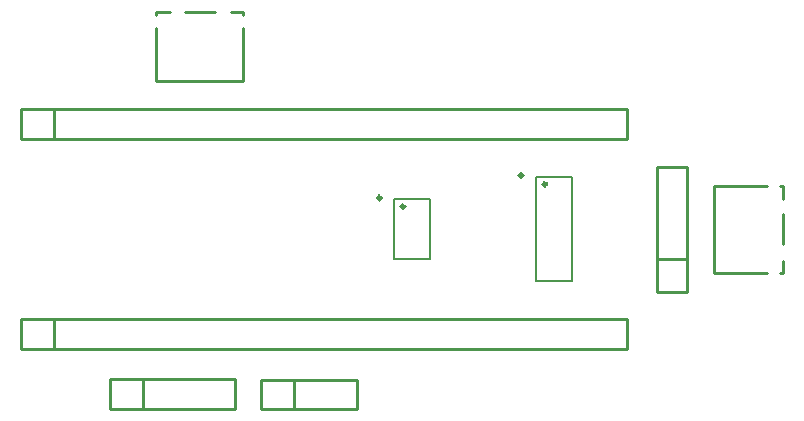
<source format=gto>
G04 Layer: TopSilkscreenLayer*
G04 EasyEDA v6.5.50, 2025-06-24 16:33:47*
G04 5496cec8b1eb4744bb4034f485f85566,07aaf3ec58ed4e568cacc845e37e2e79,10*
G04 Gerber Generator version 0.2*
G04 Scale: 100 percent, Rotated: No, Reflected: No *
G04 Dimensions in millimeters *
G04 leading zeros omitted , absolute positions ,4 integer and 5 decimal *
%FSLAX45Y45*%
%MOMM*%

%ADD10C,0.2540*%
%ADD11C,0.1524*%
%ADD12C,0.3000*%
%ADD13C,0.0127*%

%LPD*%
D10*
X6441287Y2368295D02*
G01*
X6415887Y2368295D01*
X6441287Y1631695D02*
G01*
X6415887Y1631695D01*
X6441287Y2368295D02*
G01*
X6441287Y2253995D01*
X6441287Y1872995D02*
G01*
X6441287Y2126995D01*
X6441287Y1631695D02*
G01*
X6441287Y1733295D01*
X6301587Y1631695D02*
G01*
X5857087Y1631695D01*
X5857087Y1631695D02*
G01*
X5857087Y2368295D01*
X6301587Y2368295D01*
X1131696Y3841295D02*
G01*
X1131696Y3815895D01*
X1868296Y3841295D02*
G01*
X1868296Y3815895D01*
X1131696Y3841295D02*
G01*
X1245996Y3841295D01*
X1626996Y3841295D02*
G01*
X1372996Y3841295D01*
X1868296Y3841295D02*
G01*
X1766696Y3841295D01*
X1868296Y3701595D02*
G01*
X1868296Y3257095D01*
X1868296Y3257095D02*
G01*
X1131696Y3257095D01*
X1131696Y3701595D01*
D11*
X4347847Y2440117D02*
G01*
X4652129Y2440117D01*
X4652129Y1559874D01*
X4347847Y1559874D01*
X4347847Y2440117D01*
D10*
X5372988Y2528996D02*
G01*
X5626988Y2528996D01*
X5372988Y1470995D02*
G01*
X5372988Y2528996D01*
X5372988Y1748348D02*
G01*
X5626988Y1748348D01*
X5626988Y1470995D02*
G01*
X5626988Y2528996D01*
X5372988Y1470995D02*
G01*
X5626988Y1470995D01*
X1798998Y726998D02*
G01*
X1798998Y472998D01*
X740996Y726998D02*
G01*
X1798998Y726998D01*
X1018349Y726998D02*
G01*
X1018349Y472998D01*
X740996Y472998D02*
G01*
X1798998Y472998D01*
X740996Y726998D02*
G01*
X740996Y472998D01*
D11*
X3147852Y2252616D02*
G01*
X3452134Y2252616D01*
X3452134Y1747375D01*
X3147852Y1747375D01*
X3147852Y2252616D01*
D10*
X263994Y1235997D02*
G01*
X263994Y985997D01*
X-14998Y985997D02*
G01*
X5114991Y985997D01*
X-14998Y1235997D02*
G01*
X-14998Y985997D01*
X5114991Y1235997D02*
G01*
X-14998Y1235997D01*
X5114991Y985997D02*
G01*
X5114991Y1235997D01*
X263994Y3013991D02*
G01*
X263994Y2763992D01*
X-14998Y2763992D02*
G01*
X5114991Y2763992D01*
X-14998Y3013991D02*
G01*
X-14998Y2763992D01*
X5114991Y3013991D02*
G01*
X-14998Y3013991D01*
X5114991Y2763992D02*
G01*
X5114991Y3013991D01*
X2298694Y724997D02*
G01*
X2298694Y475000D01*
X2019696Y475000D02*
G01*
X2831693Y475000D01*
X2019696Y724997D02*
G01*
X2019696Y475000D01*
X2831693Y724997D02*
G01*
X2019696Y724997D01*
X2831693Y475000D02*
G01*
X2831693Y724997D01*
D12*
G75*
G01
X4438086Y2380996D02*
G03X4438086Y2380996I-15011J0D01*
G75*
G01
X4238087Y2454935D02*
G03X4238087Y2454935I-15011J0D01*
G75*
G01
X3238094Y2190496D02*
G03X3238094Y2190496I-15011J0D01*
G75*
G01
X3037764Y2265147D02*
G03X3037764Y2265147I-15011J0D01*
M02*

</source>
